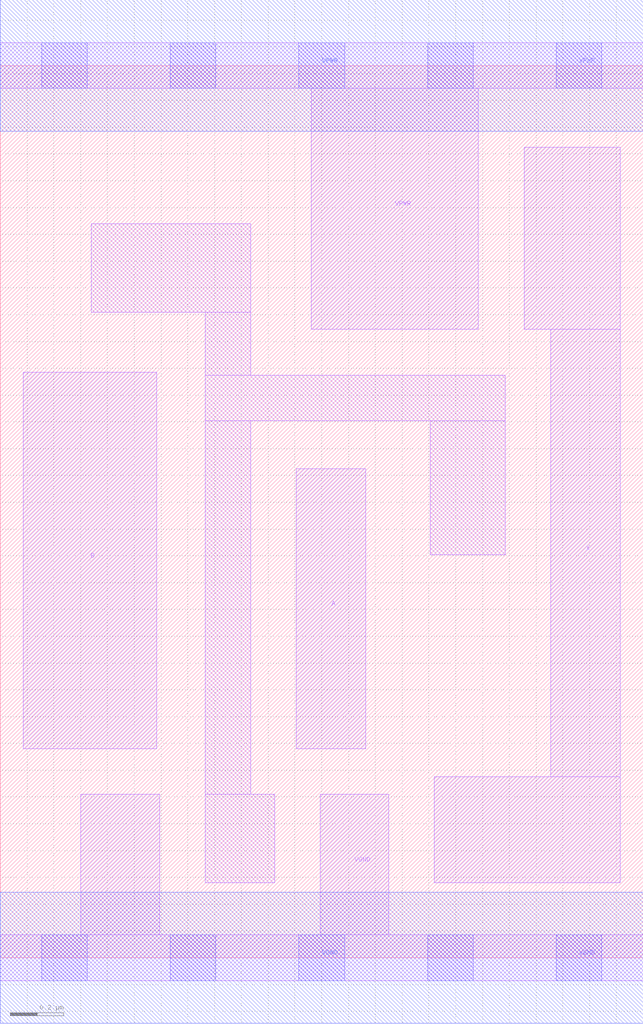
<source format=lef>
# Copyright 2020 The SkyWater PDK Authors
#
# Licensed under the Apache License, Version 2.0 (the "License");
# you may not use this file except in compliance with the License.
# You may obtain a copy of the License at
#
#     https://www.apache.org/licenses/LICENSE-2.0
#
# Unless required by applicable law or agreed to in writing, software
# distributed under the License is distributed on an "AS IS" BASIS,
# WITHOUT WARRANTIES OR CONDITIONS OF ANY KIND, either express or implied.
# See the License for the specific language governing permissions and
# limitations under the License.
#
# SPDX-License-Identifier: Apache-2.0

VERSION 5.7 ;
  NAMESCASESENSITIVE ON ;
  NOWIREEXTENSIONATPIN ON ;
  DIVIDERCHAR "/" ;
  BUSBITCHARS "[]" ;
UNITS
  DATABASE MICRONS 200 ;
END UNITS
MACRO sky130_fd_sc_lp__or2_0
  CLASS CORE ;
  SOURCE USER ;
  FOREIGN sky130_fd_sc_lp__or2_0 ;
  ORIGIN  0.000000  0.000000 ;
  SIZE  2.400000 BY  3.330000 ;
  SYMMETRY X Y R90 ;
  SITE unit ;
  PIN A
    ANTENNAGATEAREA  0.126000 ;
    DIRECTION INPUT ;
    USE SIGNAL ;
    PORT
      LAYER li1 ;
        RECT 1.105000 0.780000 1.365000 1.825000 ;
    END
  END A
  PIN B
    ANTENNAGATEAREA  0.126000 ;
    DIRECTION INPUT ;
    USE SIGNAL ;
    PORT
      LAYER li1 ;
        RECT 0.085000 0.780000 0.585000 2.185000 ;
    END
  END B
  PIN X
    ANTENNADIFFAREA  0.280900 ;
    DIRECTION OUTPUT ;
    USE SIGNAL ;
    PORT
      LAYER li1 ;
        RECT 1.620000 0.280000 2.315000 0.675000 ;
        RECT 1.955000 2.345000 2.315000 3.025000 ;
        RECT 2.055000 0.675000 2.315000 2.345000 ;
    END
  END X
  PIN VGND
    DIRECTION INOUT ;
    USE GROUND ;
    PORT
      LAYER li1 ;
        RECT 0.000000 -0.085000 2.400000 0.085000 ;
        RECT 0.300000  0.085000 0.595000 0.610000 ;
        RECT 1.195000  0.085000 1.450000 0.610000 ;
      LAYER mcon ;
        RECT 0.155000 -0.085000 0.325000 0.085000 ;
        RECT 0.635000 -0.085000 0.805000 0.085000 ;
        RECT 1.115000 -0.085000 1.285000 0.085000 ;
        RECT 1.595000 -0.085000 1.765000 0.085000 ;
        RECT 2.075000 -0.085000 2.245000 0.085000 ;
      LAYER met1 ;
        RECT 0.000000 -0.245000 2.400000 0.245000 ;
    END
  END VGND
  PIN VPWR
    DIRECTION INOUT ;
    USE POWER ;
    PORT
      LAYER li1 ;
        RECT 0.000000 3.245000 2.400000 3.415000 ;
        RECT 1.160000 2.345000 1.785000 3.245000 ;
      LAYER mcon ;
        RECT 0.155000 3.245000 0.325000 3.415000 ;
        RECT 0.635000 3.245000 0.805000 3.415000 ;
        RECT 1.115000 3.245000 1.285000 3.415000 ;
        RECT 1.595000 3.245000 1.765000 3.415000 ;
        RECT 2.075000 3.245000 2.245000 3.415000 ;
      LAYER met1 ;
        RECT 0.000000 3.085000 2.400000 3.575000 ;
    END
  END VPWR
  OBS
    LAYER li1 ;
      RECT 0.340000 2.410000 0.935000 2.740000 ;
      RECT 0.765000 0.280000 1.025000 0.610000 ;
      RECT 0.765000 0.610000 0.935000 2.005000 ;
      RECT 0.765000 2.005000 1.885000 2.175000 ;
      RECT 0.765000 2.175000 0.935000 2.410000 ;
      RECT 1.605000 1.505000 1.885000 2.005000 ;
  END
END sky130_fd_sc_lp__or2_0

</source>
